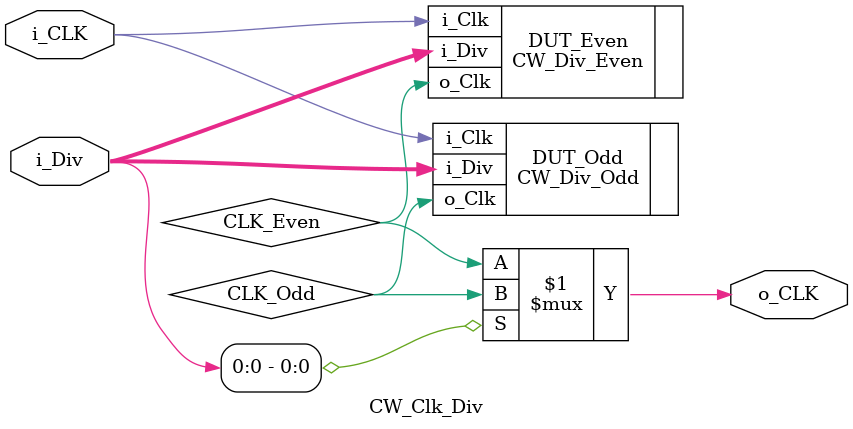
<source format=v>

module CW_Clk_Div(i_CLK,o_CLK,i_Div);
  input i_CLK;
  output o_CLK;
  parameter WIDE = 32;

input [WIDE-1:0] i_Div ;

wire CLK_Odd,CLK_Even;

assign o_CLK = i_Div[0] ? CLK_Odd :CLK_Even ;

CW_Div_Odd DUT_Odd   (.i_Clk(i_CLK),.o_Clk(CLK_Odd),  .i_Div(i_Div));
		
CW_Div_Even DUT_Even (.i_Clk(i_CLK),.o_Clk(CLK_Even), .i_Div(i_Div));
		
		
endmodule
</source>
